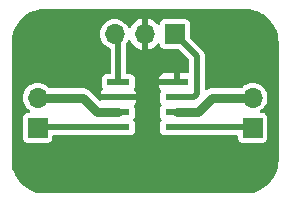
<source format=gbr>
%TF.GenerationSoftware,KiCad,Pcbnew,7.0.11*%
%TF.CreationDate,2024-08-15T23:16:24-03:00*%
%TF.ProjectId,tension-multiplier,74656e73-696f-46e2-9d6d-756c7469706c,0.1*%
%TF.SameCoordinates,Original*%
%TF.FileFunction,Copper,L1,Top*%
%TF.FilePolarity,Positive*%
%FSLAX46Y46*%
G04 Gerber Fmt 4.6, Leading zero omitted, Abs format (unit mm)*
G04 Created by KiCad (PCBNEW 7.0.11) date 2024-08-15 23:16:24*
%MOMM*%
%LPD*%
G01*
G04 APERTURE LIST*
%TA.AperFunction,SMDPad,CuDef*%
%ADD10R,1.969999X0.558000*%
%TD*%
%TA.AperFunction,ComponentPad*%
%ADD11R,1.700000X1.700000*%
%TD*%
%TA.AperFunction,ComponentPad*%
%ADD12O,1.700000X1.700000*%
%TD*%
%TA.AperFunction,ViaPad*%
%ADD13C,0.800000*%
%TD*%
%TA.AperFunction,Conductor*%
%ADD14C,0.500000*%
%TD*%
%TA.AperFunction,Conductor*%
%ADD15C,0.300000*%
%TD*%
%TA.AperFunction,Conductor*%
%ADD16C,0.800000*%
%TD*%
G04 APERTURE END LIST*
D10*
%TO.P,U1,1,Y1*%
%TO.N,Net-(J1-Pin_3)*%
X147236200Y-86395000D03*
%TO.P,U1,2,Y2*%
%TO.N,GND*%
X147236200Y-87665000D03*
%TO.P,U1,3,-VS*%
%TO.N,-9V*%
X147236200Y-88935000D03*
%TO.P,U1,4,Z*%
%TO.N,Net-(J3-Pin_1)*%
X147236200Y-90205000D03*
%TO.P,U1,5,W*%
%TO.N,Net-(J2-Pin_1)*%
X152163800Y-90205000D03*
%TO.P,U1,6,+VS*%
%TO.N,+9V*%
X152163800Y-88935000D03*
%TO.P,U1,7,X1*%
%TO.N,Net-(J1-Pin_1)*%
X152163800Y-87665000D03*
%TO.P,U1,8,X2*%
%TO.N,GND*%
X152163800Y-86395000D03*
%TD*%
D11*
%TO.P,J1,1,Pin_1*%
%TO.N,Net-(J1-Pin_1)*%
X152025000Y-82300000D03*
D12*
%TO.P,J1,2,Pin_2*%
%TO.N,GND*%
X149485000Y-82300000D03*
%TO.P,J1,3,Pin_3*%
%TO.N,Net-(J1-Pin_3)*%
X146945000Y-82300000D03*
%TD*%
D11*
%TO.P,J3,1,Pin_1*%
%TO.N,Net-(J3-Pin_1)*%
X140400000Y-90240000D03*
D12*
%TO.P,J3,2,Pin_2*%
%TO.N,-9V*%
X140400000Y-87700000D03*
%TD*%
D11*
%TO.P,J2,1,Pin_1*%
%TO.N,Net-(J2-Pin_1)*%
X158600000Y-90240000D03*
D12*
%TO.P,J2,2,Pin_2*%
%TO.N,+9V*%
X158600000Y-87700000D03*
%TD*%
D13*
%TO.N,GND*%
X144250000Y-85630000D03*
X153610000Y-92000000D03*
X139990000Y-82230000D03*
X158930000Y-81810000D03*
X141080000Y-94720000D03*
X157680000Y-94760000D03*
X155760000Y-85590000D03*
X146550000Y-91930000D03*
%TD*%
D14*
%TO.N,Net-(J1-Pin_1)*%
X152163800Y-87665000D02*
X153648799Y-87665000D01*
X153900000Y-84175000D02*
X152025000Y-82300000D01*
X153648799Y-87665000D02*
X153900000Y-87413799D01*
X153900000Y-87413799D02*
X153900000Y-84175000D01*
D15*
%TO.N,Net-(J1-Pin_3)*%
X147236200Y-82191200D02*
X146945000Y-81900000D01*
X147196200Y-81976200D02*
X147120000Y-81900000D01*
D14*
X147236200Y-86395000D02*
X147236200Y-82591200D01*
X147236200Y-82591200D02*
X146945000Y-82300000D01*
%TO.N,Net-(J2-Pin_1)*%
X158565000Y-90205000D02*
X158600000Y-90240000D01*
X152163800Y-90205000D02*
X158565000Y-90205000D01*
%TO.N,Net-(J3-Pin_1)*%
X140435000Y-90205000D02*
X140400000Y-90240000D01*
X147236200Y-90205000D02*
X140435000Y-90205000D01*
%TO.N,GND*%
X147236200Y-87665000D02*
X148735000Y-87665000D01*
D16*
%TO.N,-9V*%
X147236200Y-88935000D02*
X145451201Y-88935000D01*
X145451201Y-88935000D02*
X144216201Y-87700000D01*
X144216201Y-87700000D02*
X140400000Y-87700000D01*
%TO.N,+9V*%
X153948799Y-88935000D02*
X155183799Y-87700000D01*
X155183799Y-87700000D02*
X158600000Y-87700000D01*
X152163800Y-88935000D02*
X153948799Y-88935000D01*
%TD*%
%TA.AperFunction,Conductor*%
%TO.N,GND*%
G36*
X158003472Y-80200695D02*
G01*
X158306503Y-80217713D01*
X158320301Y-80219267D01*
X158616080Y-80269522D01*
X158629636Y-80272616D01*
X158917927Y-80355672D01*
X158931051Y-80360265D01*
X159208222Y-80475072D01*
X159220744Y-80481101D01*
X159423184Y-80592986D01*
X159483328Y-80626227D01*
X159495102Y-80633625D01*
X159739789Y-80807239D01*
X159750657Y-80815907D01*
X159974352Y-81015815D01*
X159984184Y-81025647D01*
X160184092Y-81249342D01*
X160192763Y-81260214D01*
X160366374Y-81504897D01*
X160373772Y-81516671D01*
X160518894Y-81779248D01*
X160524927Y-81791777D01*
X160639734Y-82068948D01*
X160644327Y-82082072D01*
X160727383Y-82370363D01*
X160730477Y-82383920D01*
X160780730Y-82679688D01*
X160782287Y-82693506D01*
X160799305Y-82996527D01*
X160799500Y-83003480D01*
X160799500Y-92996519D01*
X160799305Y-93003472D01*
X160782287Y-93306493D01*
X160780730Y-93320311D01*
X160730477Y-93616079D01*
X160727383Y-93629636D01*
X160644327Y-93917927D01*
X160639734Y-93931051D01*
X160524927Y-94208222D01*
X160518894Y-94220751D01*
X160373772Y-94483328D01*
X160366374Y-94495102D01*
X160192763Y-94739785D01*
X160184092Y-94750657D01*
X159984184Y-94974352D01*
X159974352Y-94984184D01*
X159750657Y-95184092D01*
X159739785Y-95192763D01*
X159495102Y-95366374D01*
X159483328Y-95373772D01*
X159220751Y-95518894D01*
X159208222Y-95524927D01*
X158931051Y-95639734D01*
X158917927Y-95644327D01*
X158629636Y-95727383D01*
X158616079Y-95730477D01*
X158320311Y-95780730D01*
X158306493Y-95782287D01*
X158003472Y-95799305D01*
X157996519Y-95799500D01*
X141003481Y-95799500D01*
X140996528Y-95799305D01*
X140693506Y-95782287D01*
X140679688Y-95780730D01*
X140383920Y-95730477D01*
X140370363Y-95727383D01*
X140082072Y-95644327D01*
X140068948Y-95639734D01*
X139791777Y-95524927D01*
X139779248Y-95518894D01*
X139516671Y-95373772D01*
X139504897Y-95366374D01*
X139260214Y-95192763D01*
X139249342Y-95184092D01*
X139025647Y-94984184D01*
X139015815Y-94974352D01*
X138815907Y-94750657D01*
X138807236Y-94739785D01*
X138633625Y-94495102D01*
X138626227Y-94483328D01*
X138481105Y-94220751D01*
X138475072Y-94208222D01*
X138360265Y-93931051D01*
X138355672Y-93917927D01*
X138272616Y-93629636D01*
X138269522Y-93616079D01*
X138250030Y-93501356D01*
X138219267Y-93320301D01*
X138217713Y-93306503D01*
X138200695Y-93003472D01*
X138200500Y-92996519D01*
X138200500Y-87700002D01*
X139144723Y-87700002D01*
X139163793Y-87917975D01*
X139163793Y-87917979D01*
X139220422Y-88129322D01*
X139220424Y-88129326D01*
X139220425Y-88129330D01*
X139222836Y-88134500D01*
X139312897Y-88327638D01*
X139323888Y-88343334D01*
X139438402Y-88506877D01*
X139593123Y-88661598D01*
X139739263Y-88763926D01*
X139782887Y-88818502D01*
X139790081Y-88888000D01*
X139758558Y-88950355D01*
X139698328Y-88985769D01*
X139668140Y-88989500D01*
X139518482Y-88989500D01*
X139437519Y-89002323D01*
X139424696Y-89004354D01*
X139311658Y-89061950D01*
X139311657Y-89061951D01*
X139311652Y-89061954D01*
X139221954Y-89151652D01*
X139221951Y-89151657D01*
X139164352Y-89264698D01*
X139149500Y-89358475D01*
X139149500Y-91121517D01*
X139160292Y-91189657D01*
X139164354Y-91215304D01*
X139221950Y-91328342D01*
X139221952Y-91328344D01*
X139221954Y-91328347D01*
X139311652Y-91418045D01*
X139311654Y-91418046D01*
X139311658Y-91418050D01*
X139424694Y-91475645D01*
X139424698Y-91475647D01*
X139518475Y-91490499D01*
X139518481Y-91490500D01*
X141281518Y-91490499D01*
X141375304Y-91475646D01*
X141488342Y-91418050D01*
X141578050Y-91328342D01*
X141635646Y-91215304D01*
X141635646Y-91215302D01*
X141635647Y-91215301D01*
X141650500Y-91121524D01*
X141650500Y-90979500D01*
X141670185Y-90912461D01*
X141722989Y-90866706D01*
X141774500Y-90855500D01*
X146068363Y-90855500D01*
X146116480Y-90867051D01*
X146116617Y-90866631D01*
X146121963Y-90868368D01*
X146124657Y-90869015D01*
X146125895Y-90869646D01*
X146125898Y-90869647D01*
X146219675Y-90884499D01*
X146219681Y-90884500D01*
X148252718Y-90884499D01*
X148346504Y-90869646D01*
X148459542Y-90812050D01*
X148549250Y-90722342D01*
X148606846Y-90609304D01*
X148606846Y-90609302D01*
X148606847Y-90609301D01*
X148621699Y-90515524D01*
X148621700Y-90515519D01*
X148621699Y-89894482D01*
X148606846Y-89800696D01*
X148549250Y-89687658D01*
X148549246Y-89687654D01*
X148549245Y-89687652D01*
X148519274Y-89657681D01*
X148485789Y-89596358D01*
X148490773Y-89526666D01*
X148519274Y-89482319D01*
X148549245Y-89452347D01*
X148549250Y-89452342D01*
X148606846Y-89339304D01*
X148606846Y-89339302D01*
X148606847Y-89339301D01*
X148618662Y-89264698D01*
X148621700Y-89245519D01*
X148621699Y-88624482D01*
X148606846Y-88530696D01*
X148560672Y-88440075D01*
X148547776Y-88371410D01*
X148573319Y-88308473D01*
X148573074Y-88308289D01*
X148573774Y-88307353D01*
X148574052Y-88306669D01*
X148575510Y-88305034D01*
X148664552Y-88186088D01*
X148664554Y-88186086D01*
X148714796Y-88051379D01*
X148714798Y-88051372D01*
X148721199Y-87991844D01*
X148721200Y-87991827D01*
X148721200Y-87915000D01*
X145751199Y-87915000D01*
X145744919Y-87921280D01*
X145683596Y-87954765D01*
X145613904Y-87949779D01*
X145569558Y-87921279D01*
X144718463Y-87070184D01*
X144718460Y-87070182D01*
X144686050Y-87049817D01*
X144674711Y-87041771D01*
X144644790Y-87017910D01*
X144610294Y-87001296D01*
X144598128Y-86994572D01*
X144565725Y-86974212D01*
X144565726Y-86974212D01*
X144558853Y-86971807D01*
X144529594Y-86961568D01*
X144516755Y-86956250D01*
X144482262Y-86939639D01*
X144444936Y-86931119D01*
X144431581Y-86927271D01*
X144395461Y-86914633D01*
X144395457Y-86914632D01*
X144395456Y-86914632D01*
X144375135Y-86912342D01*
X144357418Y-86910345D01*
X144343719Y-86908017D01*
X144306401Y-86899501D01*
X144306397Y-86899500D01*
X144306395Y-86899500D01*
X144306392Y-86899500D01*
X141419337Y-86899500D01*
X141352298Y-86879815D01*
X141331656Y-86863181D01*
X141206881Y-86738406D01*
X141206877Y-86738402D01*
X141027639Y-86612898D01*
X141027640Y-86612898D01*
X141027638Y-86612897D01*
X140928484Y-86566661D01*
X140829330Y-86520425D01*
X140829326Y-86520424D01*
X140829322Y-86520422D01*
X140617977Y-86463793D01*
X140400002Y-86444723D01*
X140399998Y-86444723D01*
X140254682Y-86457436D01*
X140182023Y-86463793D01*
X140182020Y-86463793D01*
X139970677Y-86520422D01*
X139970668Y-86520426D01*
X139772361Y-86612898D01*
X139772357Y-86612900D01*
X139593121Y-86738402D01*
X139438402Y-86893121D01*
X139312900Y-87072357D01*
X139312898Y-87072361D01*
X139220426Y-87270668D01*
X139220422Y-87270677D01*
X139163793Y-87482020D01*
X139163793Y-87482024D01*
X139144723Y-87699997D01*
X139144723Y-87700002D01*
X138200500Y-87700002D01*
X138200500Y-83003480D01*
X138200695Y-82996527D01*
X138206445Y-82894134D01*
X138217713Y-82693494D01*
X138219267Y-82679700D01*
X138269523Y-82383915D01*
X138272616Y-82370363D01*
X138292888Y-82300000D01*
X145689723Y-82300000D01*
X145708081Y-82509844D01*
X145708793Y-82517975D01*
X145708793Y-82517979D01*
X145765422Y-82729322D01*
X145765424Y-82729326D01*
X145765425Y-82729330D01*
X145791235Y-82784680D01*
X145857897Y-82927638D01*
X145882998Y-82963486D01*
X145983402Y-83106877D01*
X146138123Y-83261598D01*
X146317361Y-83387102D01*
X146512395Y-83478048D01*
X146514105Y-83478845D01*
X146566544Y-83525017D01*
X146585700Y-83591227D01*
X146585700Y-85591500D01*
X146566015Y-85658539D01*
X146513211Y-85704294D01*
X146461701Y-85715500D01*
X146219682Y-85715500D01*
X146138719Y-85728323D01*
X146125896Y-85730354D01*
X146012858Y-85787950D01*
X146012857Y-85787951D01*
X146012852Y-85787954D01*
X145923154Y-85877652D01*
X145923151Y-85877657D01*
X145865552Y-85990698D01*
X145850700Y-86084475D01*
X145850700Y-86705517D01*
X145861492Y-86773657D01*
X145865554Y-86799304D01*
X145911727Y-86889923D01*
X145924623Y-86958591D01*
X145899079Y-87021527D01*
X145899325Y-87021712D01*
X145898624Y-87022647D01*
X145898347Y-87023332D01*
X145896882Y-87024974D01*
X145807849Y-87143906D01*
X145807845Y-87143913D01*
X145757603Y-87278620D01*
X145757601Y-87278627D01*
X145751200Y-87338155D01*
X145751200Y-87415000D01*
X148721200Y-87415000D01*
X148721200Y-87338172D01*
X148721199Y-87338155D01*
X148714798Y-87278627D01*
X148714796Y-87278620D01*
X148664554Y-87143913D01*
X148664552Y-87143911D01*
X148573074Y-87021711D01*
X148575734Y-87019719D01*
X148549992Y-86972575D01*
X148554976Y-86902883D01*
X148560669Y-86889930D01*
X148606846Y-86799304D01*
X148606846Y-86799302D01*
X148606847Y-86799301D01*
X148621699Y-86705524D01*
X148621700Y-86705519D01*
X148621699Y-86145000D01*
X150678800Y-86145000D01*
X151913800Y-86145000D01*
X151913800Y-85616000D01*
X151130955Y-85616000D01*
X151071427Y-85622401D01*
X151071420Y-85622403D01*
X150936713Y-85672645D01*
X150936706Y-85672649D01*
X150821612Y-85758809D01*
X150821609Y-85758812D01*
X150735449Y-85873906D01*
X150735445Y-85873913D01*
X150685203Y-86008620D01*
X150685201Y-86008627D01*
X150678800Y-86068155D01*
X150678800Y-86145000D01*
X148621699Y-86145000D01*
X148621699Y-86084482D01*
X148606846Y-85990696D01*
X148549250Y-85877658D01*
X148549246Y-85877654D01*
X148549245Y-85877652D01*
X148459547Y-85787954D01*
X148459544Y-85787952D01*
X148459542Y-85787950D01*
X148382717Y-85748805D01*
X148346501Y-85730352D01*
X148252724Y-85715500D01*
X148252719Y-85715500D01*
X148010700Y-85715500D01*
X147943661Y-85695815D01*
X147897906Y-85643011D01*
X147886700Y-85591500D01*
X147886700Y-83174390D01*
X147906385Y-83107351D01*
X147909091Y-83103315D01*
X148032102Y-82927639D01*
X148047726Y-82894132D01*
X148093896Y-82841695D01*
X148161090Y-82822543D01*
X148227971Y-82842758D01*
X148272489Y-82894134D01*
X148311399Y-82977578D01*
X148446894Y-83171082D01*
X148613917Y-83338105D01*
X148807421Y-83473600D01*
X149021507Y-83573429D01*
X149021516Y-83573433D01*
X149235000Y-83630634D01*
X149235000Y-82735501D01*
X149342685Y-82784680D01*
X149449237Y-82800000D01*
X149520763Y-82800000D01*
X149627315Y-82784680D01*
X149735000Y-82735501D01*
X149735000Y-83630633D01*
X149948483Y-83573433D01*
X149948492Y-83573429D01*
X150162578Y-83473600D01*
X150356082Y-83338105D01*
X150523108Y-83171079D01*
X150550741Y-83131616D01*
X150605318Y-83087991D01*
X150674816Y-83080797D01*
X150737171Y-83112320D01*
X150772585Y-83172550D01*
X150774789Y-83183339D01*
X150789354Y-83275304D01*
X150846950Y-83388342D01*
X150846952Y-83388344D01*
X150846954Y-83388347D01*
X150936652Y-83478045D01*
X150936654Y-83478046D01*
X150936658Y-83478050D01*
X151028836Y-83525017D01*
X151049698Y-83535647D01*
X151143475Y-83550499D01*
X151143481Y-83550500D01*
X152304191Y-83550499D01*
X152371230Y-83570184D01*
X152391872Y-83586818D01*
X153213181Y-84408127D01*
X153246666Y-84469450D01*
X153249500Y-84495808D01*
X153249500Y-85492000D01*
X153229815Y-85559039D01*
X153177011Y-85604794D01*
X153125500Y-85616000D01*
X152413800Y-85616000D01*
X152413800Y-86521000D01*
X152394115Y-86588039D01*
X152341311Y-86633794D01*
X152289800Y-86645000D01*
X150678800Y-86645000D01*
X150678800Y-86721844D01*
X150685201Y-86781372D01*
X150685203Y-86781379D01*
X150735445Y-86916086D01*
X150735447Y-86916088D01*
X150826926Y-87038289D01*
X150824259Y-87040285D01*
X150849997Y-87087373D01*
X150845042Y-87157066D01*
X150839327Y-87170077D01*
X150793152Y-87260698D01*
X150778300Y-87354475D01*
X150778300Y-87975517D01*
X150789092Y-88043657D01*
X150793154Y-88069304D01*
X150850750Y-88182342D01*
X150850752Y-88182344D01*
X150850754Y-88182347D01*
X150880726Y-88212319D01*
X150914211Y-88273642D01*
X150909227Y-88343334D01*
X150880726Y-88387681D01*
X150850754Y-88417652D01*
X150850751Y-88417657D01*
X150793152Y-88530698D01*
X150778300Y-88624475D01*
X150778300Y-89245517D01*
X150789092Y-89313657D01*
X150793154Y-89339304D01*
X150850750Y-89452342D01*
X150850752Y-89452344D01*
X150850754Y-89452347D01*
X150880726Y-89482319D01*
X150914211Y-89543642D01*
X150909227Y-89613334D01*
X150880726Y-89657681D01*
X150850754Y-89687652D01*
X150850751Y-89687657D01*
X150793152Y-89800698D01*
X150778300Y-89894475D01*
X150778300Y-90515517D01*
X150789092Y-90583657D01*
X150793154Y-90609304D01*
X150850750Y-90722342D01*
X150850752Y-90722344D01*
X150850754Y-90722347D01*
X150940452Y-90812045D01*
X150940454Y-90812046D01*
X150940458Y-90812050D01*
X151047579Y-90866631D01*
X151053498Y-90869647D01*
X151147275Y-90884499D01*
X151147281Y-90884500D01*
X153180318Y-90884499D01*
X153274104Y-90869646D01*
X153275342Y-90869014D01*
X153278035Y-90868368D01*
X153283382Y-90866631D01*
X153283518Y-90867051D01*
X153331636Y-90855500D01*
X157225501Y-90855500D01*
X157292540Y-90875185D01*
X157338295Y-90927989D01*
X157349501Y-90979500D01*
X157349501Y-91121518D01*
X157364354Y-91215304D01*
X157421950Y-91328342D01*
X157421952Y-91328344D01*
X157421954Y-91328347D01*
X157511652Y-91418045D01*
X157511654Y-91418046D01*
X157511658Y-91418050D01*
X157624694Y-91475645D01*
X157624698Y-91475647D01*
X157718475Y-91490499D01*
X157718481Y-91490500D01*
X159481518Y-91490499D01*
X159575304Y-91475646D01*
X159688342Y-91418050D01*
X159778050Y-91328342D01*
X159835646Y-91215304D01*
X159835646Y-91215302D01*
X159835647Y-91215301D01*
X159850499Y-91121524D01*
X159850500Y-91121519D01*
X159850499Y-89358482D01*
X159835646Y-89264696D01*
X159778050Y-89151658D01*
X159778046Y-89151654D01*
X159778045Y-89151652D01*
X159688347Y-89061954D01*
X159688344Y-89061952D01*
X159688342Y-89061950D01*
X159611517Y-89022805D01*
X159575301Y-89004352D01*
X159481524Y-88989500D01*
X159331862Y-88989500D01*
X159264823Y-88969815D01*
X159219068Y-88917011D01*
X159209124Y-88847853D01*
X159238149Y-88784297D01*
X159260734Y-88763928D01*
X159406877Y-88661598D01*
X159561598Y-88506877D01*
X159687102Y-88327639D01*
X159779575Y-88129330D01*
X159836207Y-87917977D01*
X159855277Y-87700000D01*
X159836207Y-87482023D01*
X159779575Y-87270670D01*
X159687102Y-87072362D01*
X159687100Y-87072359D01*
X159687099Y-87072357D01*
X159561599Y-86893124D01*
X159531656Y-86863181D01*
X159406877Y-86738402D01*
X159227639Y-86612898D01*
X159227640Y-86612898D01*
X159227638Y-86612897D01*
X159128484Y-86566661D01*
X159029330Y-86520425D01*
X159029326Y-86520424D01*
X159029322Y-86520422D01*
X158817977Y-86463793D01*
X158600002Y-86444723D01*
X158599998Y-86444723D01*
X158454682Y-86457436D01*
X158382023Y-86463793D01*
X158382020Y-86463793D01*
X158170677Y-86520422D01*
X158170668Y-86520426D01*
X157972361Y-86612898D01*
X157972357Y-86612900D01*
X157793124Y-86738400D01*
X157750153Y-86781372D01*
X157668342Y-86863182D01*
X157607022Y-86896666D01*
X157580663Y-86899500D01*
X155273993Y-86899500D01*
X155093605Y-86899500D01*
X155086133Y-86901205D01*
X155056277Y-86908018D01*
X155042580Y-86910345D01*
X155004542Y-86914632D01*
X154968420Y-86927271D01*
X154955068Y-86931118D01*
X154920898Y-86938918D01*
X154917743Y-86939639D01*
X154917734Y-86939641D01*
X154883239Y-86956251D01*
X154870404Y-86961568D01*
X154834279Y-86974210D01*
X154834275Y-86974212D01*
X154801866Y-86994575D01*
X154789702Y-87001297D01*
X154755216Y-87017905D01*
X154751810Y-87020622D01*
X154687122Y-87047028D01*
X154618427Y-87034270D01*
X154567535Y-86986397D01*
X154550500Y-86923672D01*
X154550500Y-84260501D01*
X154552268Y-84244488D01*
X154552026Y-84244466D01*
X154552758Y-84236710D01*
X154552760Y-84236703D01*
X154550561Y-84166735D01*
X154550500Y-84162840D01*
X154550500Y-84134077D01*
X154550499Y-84134070D01*
X154549949Y-84129716D01*
X154549030Y-84118054D01*
X154547597Y-84072430D01*
X154541676Y-84052052D01*
X154537731Y-84033003D01*
X154535071Y-84011942D01*
X154518261Y-83969487D01*
X154514481Y-83958445D01*
X154501743Y-83914599D01*
X154490941Y-83896335D01*
X154482379Y-83878858D01*
X154481351Y-83876262D01*
X154474568Y-83859129D01*
X154447737Y-83822199D01*
X154441323Y-83812435D01*
X154418082Y-83773137D01*
X154418081Y-83773135D01*
X154403075Y-83758129D01*
X154390435Y-83743330D01*
X154377961Y-83726160D01*
X154342780Y-83697056D01*
X154334140Y-83689194D01*
X153311818Y-82666872D01*
X153278333Y-82605549D01*
X153275499Y-82579191D01*
X153275499Y-81418482D01*
X153275210Y-81416656D01*
X153260646Y-81324696D01*
X153203050Y-81211658D01*
X153203046Y-81211654D01*
X153203045Y-81211652D01*
X153113347Y-81121954D01*
X153113344Y-81121952D01*
X153113342Y-81121950D01*
X153036517Y-81082805D01*
X153000301Y-81064352D01*
X152906524Y-81049500D01*
X151143482Y-81049500D01*
X151062519Y-81062323D01*
X151049696Y-81064354D01*
X150936658Y-81121950D01*
X150936657Y-81121951D01*
X150936652Y-81121954D01*
X150846954Y-81211652D01*
X150846951Y-81211657D01*
X150846950Y-81211658D01*
X150827751Y-81249337D01*
X150789352Y-81324698D01*
X150789352Y-81324699D01*
X150774788Y-81416656D01*
X150744859Y-81479791D01*
X150685547Y-81516722D01*
X150615684Y-81515724D01*
X150557452Y-81477114D01*
X150550740Y-81468382D01*
X150523109Y-81428922D01*
X150523108Y-81428920D01*
X150356082Y-81261894D01*
X150162578Y-81126399D01*
X149948492Y-81026570D01*
X149948486Y-81026567D01*
X149735000Y-80969364D01*
X149735000Y-81864498D01*
X149627315Y-81815320D01*
X149520763Y-81800000D01*
X149449237Y-81800000D01*
X149342685Y-81815320D01*
X149235000Y-81864498D01*
X149235000Y-80969364D01*
X149234999Y-80969364D01*
X149021513Y-81026567D01*
X149021507Y-81026570D01*
X148807422Y-81126399D01*
X148807420Y-81126400D01*
X148613926Y-81261886D01*
X148613920Y-81261891D01*
X148446891Y-81428920D01*
X148446886Y-81428926D01*
X148311400Y-81622420D01*
X148311399Y-81622422D01*
X148272489Y-81705866D01*
X148226317Y-81758305D01*
X148159123Y-81777457D01*
X148092242Y-81757241D01*
X148047725Y-81705866D01*
X148032102Y-81672362D01*
X148032100Y-81672359D01*
X148032099Y-81672357D01*
X147906599Y-81493124D01*
X147830131Y-81416656D01*
X147751877Y-81338402D01*
X147572639Y-81212898D01*
X147572640Y-81212898D01*
X147572638Y-81212897D01*
X147473484Y-81166661D01*
X147374330Y-81120425D01*
X147374326Y-81120424D01*
X147374322Y-81120422D01*
X147162977Y-81063793D01*
X146945002Y-81044723D01*
X146944998Y-81044723D01*
X146799682Y-81057436D01*
X146727023Y-81063793D01*
X146727020Y-81063793D01*
X146515677Y-81120422D01*
X146515670Y-81120424D01*
X146515670Y-81120425D01*
X146512391Y-81121954D01*
X146317361Y-81212898D01*
X146317357Y-81212900D01*
X146138121Y-81338402D01*
X145983402Y-81493121D01*
X145857900Y-81672357D01*
X145857898Y-81672361D01*
X145765426Y-81870668D01*
X145765422Y-81870677D01*
X145708793Y-82082020D01*
X145708793Y-82082023D01*
X145689723Y-82300000D01*
X138292888Y-82300000D01*
X138355673Y-82082068D01*
X138360265Y-82068948D01*
X138401581Y-81969202D01*
X138475075Y-81791768D01*
X138481097Y-81779262D01*
X138626230Y-81516665D01*
X138633625Y-81504897D01*
X138807245Y-81260201D01*
X138815896Y-81249354D01*
X139015816Y-81025645D01*
X139025647Y-81015815D01*
X139249354Y-80815896D01*
X139260201Y-80807245D01*
X139504902Y-80633621D01*
X139516665Y-80626230D01*
X139779262Y-80481097D01*
X139791768Y-80475075D01*
X140068948Y-80360265D01*
X140082068Y-80355673D01*
X140370369Y-80272614D01*
X140383915Y-80269523D01*
X140679700Y-80219267D01*
X140693494Y-80217713D01*
X140996528Y-80200695D01*
X141003481Y-80200500D01*
X141039882Y-80200500D01*
X157960118Y-80200500D01*
X157996519Y-80200500D01*
X158003472Y-80200695D01*
G37*
%TD.AperFunction*%
%TD*%
M02*

</source>
